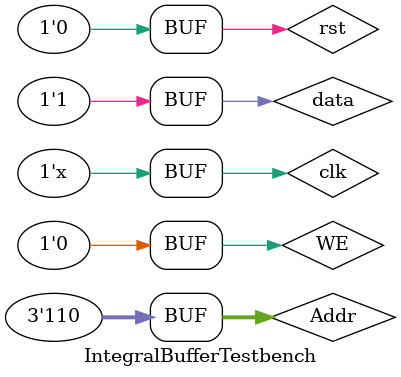
<source format=v>
`define l	7
`define w	5
`define n	4

module IntegralBufferTestbench();

	localparam wd  = $clog2(`l + 1);
	localparam wdI = $clog2(`n * `n + 1);
	
	reg		clk,
			rst,
			WE;
	reg		[wd-1:0]Addr;
	reg		data;
	wire	ready;
	wire	[wdI*`n*`n-1:0]IntegralPacked;
	
	/** Block Instantiation **/
	IntegralBuffer #(	.ImageWidth		(`l),
						.ImageHeight	(`w),
						.WindowSize		(`n)
					)
		IntBuff(	.Clock			(clk),
					.Reset			(rst),
					.WriteEnable	(WE),
					.Addr			(Addr),
					.Data			(data),
					.BufferReady	(ready),
					.IntegralPacked	(IntegralPacked)
			   );
	
	/** Clock Generation **/
	always
		#2 clk = ~clk;
		
	/** Send inputs **/
	initial
	begin
		clk		= 1;
		WE		= 0;
		Addr	= 0;
		data	= 1;
		rst		= 1;
		
		#5
		rst	= 0;
		
		#4
		repeat(`w)
		begin
			Addr = 0;
			
			repeat(`l)
			begin
				WE = 1;
				#4
				WE = 0;
				#(3*4)
				Addr = Addr + 1;
			end
		end
		
		Addr = 6;
	
	end

endmodule 
</source>
